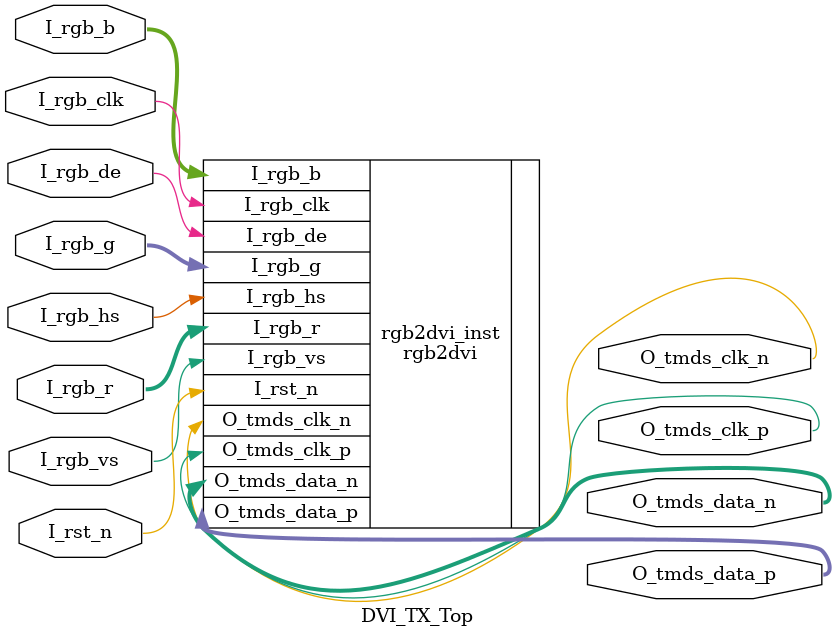
<source format=v>

`include "dvi_tx_defines.v"

module DVI_TX_Top
(
	input  		  I_rst_n       ,  //asynchronous reset, low active
`ifdef USE_EXTERNAL_CLK
	input         I_serial_clk  ,
`endif
	input  		  I_rgb_clk     ,  //pixel clock
	input         I_rgb_vs      , 
	input         I_rgb_hs      ,    
	input         I_rgb_de      , 
	input  [7:0]  I_rgb_r       ,  
	input  [7:0]  I_rgb_g       ,
	input  [7:0]  I_rgb_b       ,
	output		  O_tmds_clk_p  ,
	 output		  O_tmds_clk_n  ,
	output [2:0]  O_tmds_data_p ,//{r,g,b}
	 output [2:0]  O_tmds_data_n
);

rgb2dvi rgb2dvi_inst
(
	.I_rst_n       (I_rst_n       ),   //asynchronous reset, low active
`ifdef USE_EXTERNAL_CLK
	.I_serial_clk  (I_serial_clk  ),
`endif
	.I_rgb_clk     (I_rgb_clk     ),   //pixel clock
	.I_rgb_vs      (I_rgb_vs      ), 
	.I_rgb_hs      (I_rgb_hs      ),    
	.I_rgb_de      (I_rgb_de      ), 
	.I_rgb_r       (I_rgb_r       ),  
	.I_rgb_g       (I_rgb_g       ),  
	.I_rgb_b       (I_rgb_b       ),  
	.O_tmds_clk_p  (O_tmds_clk_p  ),
	 .O_tmds_clk_n  (O_tmds_clk_n  ),
	.O_tmds_data_p (O_tmds_data_p ),  //{r,g,b}
	 .O_tmds_data_n (O_tmds_data_n )
);

endmodule
</source>
